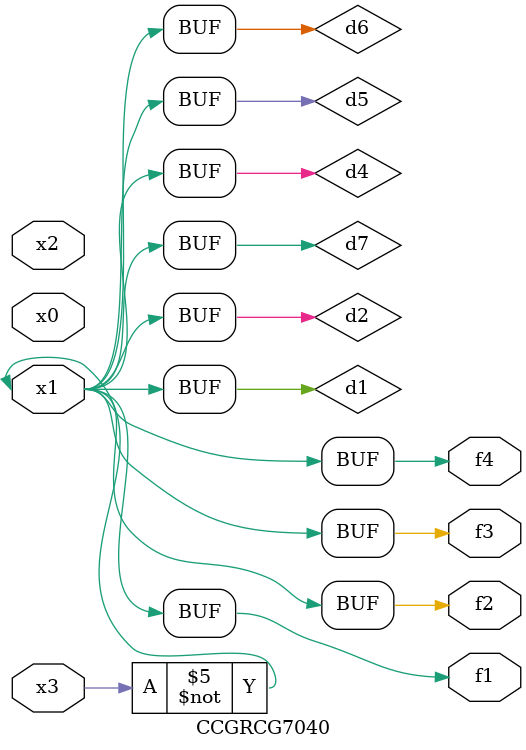
<source format=v>
module CCGRCG7040(
	input x0, x1, x2, x3,
	output f1, f2, f3, f4
);

	wire d1, d2, d3, d4, d5, d6, d7;

	not (d1, x3);
	buf (d2, x1);
	xnor (d3, d1, d2);
	nor (d4, d1);
	buf (d5, d1, d2);
	buf (d6, d4, d5);
	nand (d7, d4);
	assign f1 = d6;
	assign f2 = d7;
	assign f3 = d6;
	assign f4 = d6;
endmodule

</source>
